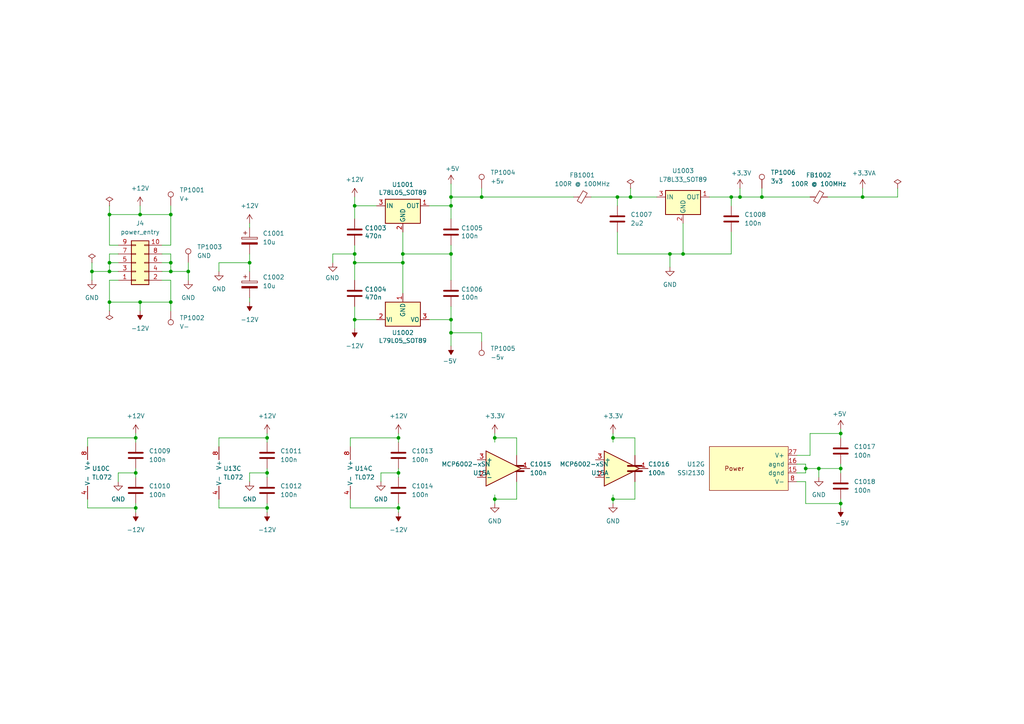
<source format=kicad_sch>
(kicad_sch (version 20230121) (generator eeschema)
  (paper "A4")
  (title_block (title "MICRO-OX Modulation Board") (date "2023-04-21") (rev "0") (comment 2 "creativecommons.org/licenses/by/4.0") (comment 3 "license: CC by 4.0") (comment 4 "Author: Jordan Aceto"))
  (lib_symbols
    (symbol "Amplifier_Operational:MCP6002-xSN" (pin_names (offset 0.127))
      (property "Reference" "U" (at 0 5.08 0))
      (property "Value" "MCP6002-xSN" (at 0 -5.08 0))
      (symbol "MCP6002-xSN_1_1"
        (polyline (pts (xy -5.08 5.08) (xy 5.08 0) (xy -5.08 -5.08) (xy -5.08 5.08)) (stroke (width 0.254)) (fill (type background)))
        (pin output line (at 7.62 0 180) (length 2.54) (name "~") (number "1"))
        (pin input line (at -7.62 -2.54 0) (length 2.54) (name "-") (number "2"))
        (pin input line (at -7.62 2.54 0) (length 2.54) (name "+") (number "3"))
      )
      (symbol "MCP6002-xSN_2_1"
        (polyline (pts (xy -5.08 5.08) (xy 5.08 0) (xy -5.08 -5.08) (xy -5.08 5.08)) (stroke (width 0.254)) (fill (type background)))
        (pin input line (at -7.62 2.54 0) (length 2.54) (name "+") (number "5"))
        (pin input line (at -7.62 -2.54 0) (length 2.54) (name "-") (number "6"))
        (pin output line (at 7.62 0 180) (length 2.54) (name "~") (number "7"))
      )
      (symbol "MCP6002-xSN_3_1"
        (pin power_in line (at -2.54 -7.62 90) (length 3.81) (name "V-") (number "4"))
        (pin power_in line (at -2.54 7.62 270) (length 3.81) (name "V+") (number "8"))
      )
    )
    (symbol "Amplifier_Operational:TL072" (pin_names (offset 0.127))
      (property "Reference" "U" (at 0 5.08 0))
      (property "Value" "TL072" (at 0 -5.08 0))
      (symbol "TL072_1_1"
        (polyline (pts (xy -5.08 5.08) (xy 5.08 0) (xy -5.08 -5.08) (xy -5.08 5.08)) (stroke (width 0.254)) (fill (type background)))
        (pin output line (at 7.62 0 180) (length 2.54) (name "~") (number "1"))
        (pin input line (at -7.62 -2.54 0) (length 2.54) (name "-") (number "2"))
        (pin input line (at -7.62 2.54 0) (length 2.54) (name "+") (number "3"))
      )
      (symbol "TL072_2_1"
        (polyline (pts (xy -5.08 5.08) (xy 5.08 0) (xy -5.08 -5.08) (xy -5.08 5.08)) (stroke (width 0.254)) (fill (type background)))
        (pin input line (at -7.62 2.54 0) (length 2.54) (name "+") (number "5"))
        (pin input line (at -7.62 -2.54 0) (length 2.54) (name "-") (number "6"))
        (pin output line (at 7.62 0 180) (length 2.54) (name "~") (number "7"))
      )
      (symbol "TL072_3_1"
        (pin power_in line (at -2.54 -7.62 90) (length 3.81) (name "V-") (number "4"))
        (pin power_in line (at -2.54 7.62 270) (length 3.81) (name "V+") (number "8"))
      )
    )
    (symbol "Connector:TestPoint" (pin_numbers hide) (pin_names (offset 0.762) hide)
      (property "Reference" "TP" (at 0 6.858 0))
      (property "Value" "TestPoint" (at 0 5.08 0))
      (symbol "TestPoint_0_1"
        (circle (center 0 3.302) (radius 0.762))
      )
      (symbol "TestPoint_1_1"
        (pin passive line (at 0 0 90) (length 2.54) (name "1") (number "1"))
      )
    )
    (symbol "Connector_Generic:Conn_02x05_Odd_Even" (pin_names (offset 1.016) hide)
      (property "Reference" "J" (at 1.27 7.62 0))
      (property "Value" "Conn_02x05_Odd_Even" (at 1.27 -7.62 0))
      (symbol "Conn_02x05_Odd_Even_1_1"
        (rectangle (start -1.27 -4.953) (end 0 -5.207) (stroke (width 0.1524)))
        (rectangle (start -1.27 -2.413) (end 0 -2.667) (stroke (width 0.1524)))
        (rectangle (start -1.27 0.127) (end 0 -0.127) (stroke (width 0.1524)))
        (rectangle (start -1.27 2.667) (end 0 2.413) (stroke (width 0.1524)))
        (rectangle (start -1.27 5.207) (end 0 4.953) (stroke (width 0.1524)))
        (rectangle (start -1.27 6.35) (end 3.81 -6.35) (stroke (width 0.254)) (fill (type background)))
        (rectangle (start 3.81 -4.953) (end 2.54 -5.207) (stroke (width 0.1524)))
        (rectangle (start 3.81 -2.413) (end 2.54 -2.667) (stroke (width 0.1524)))
        (rectangle (start 3.81 0.127) (end 2.54 -0.127) (stroke (width 0.1524)))
        (rectangle (start 3.81 2.667) (end 2.54 2.413) (stroke (width 0.1524)))
        (rectangle (start 3.81 5.207) (end 2.54 4.953) (stroke (width 0.1524)))
        (pin passive line (at -5.08 5.08 0) (length 3.81) (name "Pin_1") (number "1"))
        (pin passive line (at 7.62 -5.08 180) (length 3.81) (name "Pin_10") (number "10"))
        (pin passive line (at 7.62 5.08 180) (length 3.81) (name "Pin_2") (number "2"))
        (pin passive line (at -5.08 2.54 0) (length 3.81) (name "Pin_3") (number "3"))
        (pin passive line (at 7.62 2.54 180) (length 3.81) (name "Pin_4") (number "4"))
        (pin passive line (at -5.08 0 0) (length 3.81) (name "Pin_5") (number "5"))
        (pin passive line (at 7.62 0 180) (length 3.81) (name "Pin_6") (number "6"))
        (pin passive line (at -5.08 -2.54 0) (length 3.81) (name "Pin_7") (number "7"))
        (pin passive line (at 7.62 -2.54 180) (length 3.81) (name "Pin_8") (number "8"))
        (pin passive line (at -5.08 -5.08 0) (length 3.81) (name "Pin_9") (number "9"))
      )
    )
    (symbol "Device:C" (pin_numbers hide) (pin_names (offset 0.254))
      (property "Reference" "C" (at 0.635 2.54 0))
      (property "Value" "C" (at 0.635 -2.54 0))
      (symbol "C_0_1"
        (polyline (pts (xy -2.032 -0.762) (xy 2.032 -0.762)) (stroke (width 0.508)))
        (polyline (pts (xy -2.032 0.762) (xy 2.032 0.762)) (stroke (width 0.508)))
      )
      (symbol "C_1_1"
        (pin passive line (at 0 3.81 270) (length 2.794) (name "~") (number "1"))
        (pin passive line (at 0 -3.81 90) (length 2.794) (name "~") (number "2"))
      )
    )
    (symbol "Device:C_Polarized" (pin_numbers hide) (pin_names (offset 0.254))
      (property "Reference" "C" (at 0.635 2.54 0))
      (property "Value" "C_Polarized" (at 0.635 -2.54 0))
      (symbol "C_Polarized_0_1"
        (rectangle (start -2.286 0.508) (end 2.286 1.016))
        (polyline (pts (xy -1.778 2.286) (xy -0.762 2.286)))
        (polyline (pts (xy -1.27 2.794) (xy -1.27 1.778)))
        (rectangle (start 2.286 -0.508) (end -2.286 -1.016) (fill (type outline)))
      )
      (symbol "C_Polarized_1_1"
        (pin passive line (at 0 3.81 270) (length 2.794) (name "~") (number "1"))
        (pin passive line (at 0 -3.81 90) (length 2.794) (name "~") (number "2"))
      )
    )
    (symbol "Device:FerriteBead_Small" (pin_numbers hide) (pin_names (offset 0))
      (property "Reference" "FB" (at 1.905 1.27 0))
      (property "Value" "FerriteBead_Small" (at 1.905 -1.27 0))
      (symbol "FerriteBead_Small_0_1"
        (polyline (pts (xy 0 -1.27) (xy 0 -0.7874)))
        (polyline (pts (xy 0 0.889) (xy 0 1.2954)))
        (polyline (pts (xy -1.8288 0.2794) (xy -1.1176 1.4986) (xy 1.8288 -0.2032) (xy 1.1176 -1.4224) (xy -1.8288 0.2794)))
      )
      (symbol "FerriteBead_Small_1_1"
        (pin passive line (at 0 2.54 270) (length 1.27) (name "~") (number "1"))
        (pin passive line (at 0 -2.54 90) (length 1.27) (name "~") (number "2"))
      )
    )
    (symbol "Regulator_Linear:L78L05_SOT89" (pin_names (offset 0.254))
      (property "Reference" "U" (at -3.81 3.175 0))
      (property "Value" "L78L05_SOT89" (at -0.635 3.175 0))
      (symbol "L78L05_SOT89_0_1"
        (rectangle (start -5.08 1.905) (end 5.08 -5.08) (stroke (width 0.254)) (fill (type background)))
      )
      (symbol "L78L05_SOT89_1_1"
        (pin power_out line (at 7.62 0 180) (length 2.54) (name "OUT") (number "1"))
        (pin power_in line (at 0 -7.62 90) (length 2.54) (name "GND") (number "2"))
        (pin power_in line (at -7.62 0 0) (length 2.54) (name "IN") (number "3"))
      )
    )
    (symbol "Regulator_Linear:L78L33_SOT89" (pin_names (offset 0.254))
      (property "Reference" "U" (at -3.81 3.175 0))
      (property "Value" "L78L33_SOT89" (at -0.635 3.175 0))
      (symbol "L78L33_SOT89_0_1"
        (rectangle (start -5.08 1.905) (end 5.08 -5.08) (stroke (width 0.254)) (fill (type background)))
      )
      (symbol "L78L33_SOT89_1_1"
        (pin power_out line (at 7.62 0 180) (length 2.54) (name "OUT") (number "1"))
        (pin power_in line (at 0 -7.62 90) (length 2.54) (name "GND") (number "2"))
        (pin power_in line (at -7.62 0 0) (length 2.54) (name "IN") (number "3"))
      )
    )
    (symbol "Regulator_Linear:L79L05_SOT89" (pin_names (offset 0.254))
      (property "Reference" "U" (at -3.81 -3.175 0))
      (property "Value" "L79L05_SOT89" (at 0 -3.175 0))
      (symbol "L79L05_SOT89_0_1"
        (rectangle (start -5.08 5.08) (end 5.08 -1.905) (stroke (width 0.254)) (fill (type background)))
      )
      (symbol "L79L05_SOT89_1_1"
        (pin power_in line (at 0 7.62 270) (length 2.54) (name "GND") (number "1"))
        (pin power_in line (at -7.62 0 0) (length 2.54) (name "VI") (number "2"))
        (pin power_out line (at 7.62 0 180) (length 2.54) (name "VO") (number "3"))
      )
    )
    (symbol "custom_symbols:SSI2130" (pin_names (offset 1.016))
      (property "Reference" "U1" (at 2.0194 16.51 0))
      (property "Value" "SSI2130" (at 2.0194 13.97 0))
      (symbol "SSI2130_1_0"
        (polyline (pts (xy -16.51 11.43) (xy -16.51 -13.97) (xy 15.24 -13.97) (xy 15.24 11.43) (xy 6.35 11.43) (xy -16.51 11.43)) (fill (type background)))
        (text "Generator" (at 3.81 -8.89 0) (effects (font (size 1.27 1.27)) (justify left)))
        (text "Triangle" (at 3.81 -6.35 0) (effects (font (size 1.27 1.27)) (justify left)))
      )
      (symbol "SSI2130_1_1"
        (pin output line (at 17.78 -2.54 180) (length 2.54) (name "tri_out") (number "1"))
        (pin input line (at -19.05 -11.43 0) (length 2.54) (name "tcap") (number "14"))
        (pin input line (at -19.05 8.89 0) (length 2.54) (name "hard_sync") (number "17"))
        (pin input line (at -19.05 -6.35 0) (length 2.54) (name "time_rev") (number "18"))
        (pin input line (at -19.05 3.81 0) (length 2.54) (name "soft_sync") (number "19"))
        (pin input line (at 0 -16.51 90) (length 2.54) (name "hft_base") (number "20"))
        (pin input line (at -19.05 -2.54 0) (length 2.54) (name "lin_freq") (number "21"))
        (pin input line (at 0 13.97 270) (length 2.54) (name "vref") (number "23"))
        (pin output line (at 17.78 2.54 180) (length 2.54) (name "square_out") (number "28"))
        (pin input line (at -3.81 -16.51 90) (length 2.54) (name "hf_track") (number "6"))
      )
      (symbol "SSI2130_2_1"
        (polyline (pts (xy -11.43 0) (xy -11.43 7.62) (xy 12.7 7.62) (xy 12.7 -8.89) (xy -11.43 -8.89) (xy -11.43 0)) (fill (type background)))
        (text "Saw" (at 1.27 -3.81 0) (effects (font (size 1.27 1.27)) (justify left)))
        (text "Shaper" (at 1.27 -6.35 0) (effects (font (size 1.27 1.27)) (justify left)))
        (pin output line (at 15.24 0 180) (length 2.54) (name "saw_out") (number "29"))
      )
      (symbol "SSI2130_3_1"
        (polyline (pts (xy 12.7 7.62) (xy -11.43 7.62) (xy -11.43 -8.89) (xy 12.7 -8.89) (xy 12.7 7.62)) (fill (type background)))
        (text "Pulse" (at 1.27 -3.81 0) (effects (font (size 1.27 1.27)) (justify left)))
        (text "Shaper" (at 1.27 -6.35 0) (effects (font (size 1.27 1.27)) (justify left)))
        (pin output line (at 15.24 0 180) (length 2.54) (name "pulse_out") (number "30"))
        (pin input line (at -13.97 3.81 0) (length 2.54) (name "pwm_in_-") (number "31"))
        (pin input line (at -13.97 -5.08 0) (length 2.54) (name "pwm_in_+") (number "32"))
      )
      (symbol "SSI2130_4_1"
        (polyline (pts (xy -11.43 6.35) (xy -11.43 -6.35) (xy 11.43 -6.35) (xy 11.43 6.35) (xy -11.43 6.35)) (fill (type background)))
        (text "Analog" (at 1.27 1.27 0) (effects (font (size 1.27 1.27)) (justify left)))
        (text "Multiplier" (at 1.27 -1.27 0) (effects (font (size 1.27 1.27)) (justify left)))
        (pin input line (at -13.97 3.81 0) (length 2.54) (name "expo_scale") (number "22"))
        (pin input line (at -13.97 -3.81 0) (length 2.54) (name "bw_comp") (number "26"))
        (pin input line (at -13.97 0 0) (length 2.54) (name "expo_freq") (number "7"))
      )
      (symbol "SSI2130_5_1"
        (polyline (pts (xy -11.43 7.62) (xy -11.43 -8.89) (xy 12.7 -8.89) (xy 12.7 7.62) (xy -11.43 7.62)) (fill (type background)))
        (text "Shaper" (at 1.27 -6.35 0) (effects (font (size 1.27 1.27)) (justify left)))
        (text "Sine Wave" (at 1.27 -3.81 0) (effects (font (size 1.27 1.27)) (justify left)))
        (pin input line (at -13.97 -5.08 0) (length 2.54) (name "sine_in_+") (number "2"))
        (pin output line (at 15.24 0 180) (length 2.54) (name "sine_out") (number "24"))
        (pin input line (at -13.97 3.81 0) (length 2.54) (name "sine_in_-") (number "3"))
      )
      (symbol "SSI2130_6_1"
        (polyline (pts (xy 11.43 -11.43) (xy -11.43 -11.43) (xy -11.43 10.16) (xy -11.43 17.78) (xy 11.43 17.78) (xy 11.43 -11.43)) (fill (type background)))
        (text "Mixer" (at 3.81 -7.62 0) (effects (font (size 1.27 1.27)) (justify left)))
        (pin input line (at -13.97 -5.08 0) (length 2.54) (name "saw_mix") (number "10"))
        (pin input line (at -13.97 -8.89 0) (length 2.54) (name "pulse_mix") (number "11"))
        (pin input line (at -13.97 6.35 0) (length 2.54) (name "aux_1_mix") (number "12"))
        (pin input line (at -13.97 2.54 0) (length 2.54) (name "aux_2_mix") (number "13"))
        (pin output line (at 13.97 3.81 180) (length 2.54) (name "mix_out") (number "25"))
        (pin input line (at -13.97 15.24 0) (length 2.54) (name "aux_in_1") (number "4"))
        (pin input line (at -13.97 11.43 0) (length 2.54) (name "aux_in_2") (number "5"))
        (pin input line (at -13.97 -1.27 0) (length 2.54) (name "tri_mix") (number "9"))
      )
      (symbol "SSI2130_7_1"
        (polyline (pts (xy -11.43 6.35) (xy -11.43 -6.35) (xy 11.43 -6.35) (xy 11.43 6.35) (xy -11.43 6.35)) (fill (type background)))
        (text "Power" (at 1.27 0 0) (effects (font (size 1.27 1.27)) (justify left)))
        (pin power_in line (at -13.97 -1.27 0) (length 2.54) (name "dgnd") (number "15"))
        (pin power_in line (at -13.97 1.27 0) (length 2.54) (name "agnd") (number "16"))
        (pin power_in line (at -13.97 3.81 0) (length 2.54) (name "V+") (number "27"))
        (pin power_in line (at -13.97 -3.81 0) (length 2.54) (name "V-") (number "8"))
      )
    )
    (symbol "power:+12V" (power) (pin_names (offset 0))
      (property "Value" "+12V" (at 0 3.556 0))
      (symbol "+12V_0_1"
        (polyline (pts (xy -0.762 1.27) (xy 0 2.54)))
        (polyline (pts (xy 0 0) (xy 0 2.54)))
        (polyline (pts (xy 0 2.54) (xy 0.762 1.27)))
      )
      (symbol "+12V_1_1"
        (pin power_in line (at 0 0 90) (length 0) hide (name "+12V") (number "1"))
      )
    )
    (symbol "power:+3.3V" (power) (pin_names (offset 0))
      (property "Value" "+3.3V" (at 0 3.556 0))
      (symbol "+3.3V_0_1"
        (polyline (pts (xy -0.762 1.27) (xy 0 2.54)))
        (polyline (pts (xy 0 0) (xy 0 2.54)))
        (polyline (pts (xy 0 2.54) (xy 0.762 1.27)))
      )
      (symbol "+3.3V_1_1"
        (pin power_in line (at 0 0 90) (length 0) hide (name "+3.3V") (number "1"))
      )
    )
    (symbol "power:+3.3VA" (power) (pin_names (offset 0))
      (property "Value" "+3.3VA" (at 0 3.556 0))
      (symbol "+3.3VA_0_1"
        (polyline (pts (xy -0.762 1.27) (xy 0 2.54)))
        (polyline (pts (xy 0 0) (xy 0 2.54)))
        (polyline (pts (xy 0 2.54) (xy 0.762 1.27)))
      )
      (symbol "+3.3VA_1_1"
        (pin power_in line (at 0 0 90) (length 0) hide (name "+3.3VA") (number "1"))
      )
    )
    (symbol "power:+5V" (power) (pin_names (offset 0))
      (property "Value" "+5V" (at 0 3.556 0))
      (symbol "+5V_0_1"
        (polyline (pts (xy -0.762 1.27) (xy 0 2.54)))
        (polyline (pts (xy 0 0) (xy 0 2.54)))
        (polyline (pts (xy 0 2.54) (xy 0.762 1.27)))
      )
      (symbol "+5V_1_1"
        (pin power_in line (at 0 0 90) (length 0) hide (name "+5V") (number "1"))
      )
    )
    (symbol "power:-12V" (power) (pin_names (offset 0))
      (property "Value" "-12V" (at 0 3.81 0))
      (symbol "-12V_0_0"
        (pin power_in line (at 0 0 90) (length 0) hide (name "-12V") (number "1"))
      )
      (symbol "-12V_0_1"
        (polyline (pts (xy 0 0) (xy 0 1.27) (xy 0.762 1.27) (xy 0 2.54) (xy -0.762 1.27) (xy 0 1.27)) (fill (type outline)))
      )
    )
    (symbol "power:-5V" (power) (pin_names (offset 0))
      (property "Value" "-5V" (at 0 3.81 0))
      (symbol "-5V_0_0"
        (pin power_in line (at 0 0 90) (length 0) hide (name "-5V") (number "1"))
      )
      (symbol "-5V_0_1"
        (polyline (pts (xy 0 0) (xy 0 1.27) (xy 0.762 1.27) (xy 0 2.54) (xy -0.762 1.27) (xy 0 1.27)) (fill (type outline)))
      )
    )
    (symbol "power:GND" (power) (pin_names (offset 0))
      (property "Value" "GND" (at 0 -3.81 0))
      (symbol "GND_0_1"
        (polyline (pts (xy 0 0) (xy 0 -1.27) (xy 1.27 -1.27) (xy 0 -2.54) (xy -1.27 -1.27) (xy 0 -1.27)))
      )
      (symbol "GND_1_1"
        (pin power_in line (at 0 0 270) (length 0) hide (name "GND") (number "1"))
      )
    )
    (symbol "power:PWR_FLAG" (power) (pin_numbers hide) (pin_names (offset 0) hide)
      (property "Value" "PWR_FLAG" (at 0 3.81 0))
      (symbol "PWR_FLAG_0_0"
        (pin power_out line (at 0 0 90) (length 0) (name "pwr") (number "1"))
      )
      (symbol "PWR_FLAG_0_1"
        (polyline (pts (xy 0 0) (xy 0 1.27) (xy -1.016 1.905) (xy 0 2.54) (xy 1.016 1.905) (xy 0 1.27)))
      )
    )
  )
  (junction (at 212.09 57.15))
  (junction (at 243.84 135.89))
  (junction (at 116.84 76.2))
  (junction (at 31.75 76.2))
  (junction (at 54.61 78.74))
  (junction (at 243.84 125.73))
  (junction (at 243.84 146.05))
  (junction (at 39.37 127))
  (junction (at 130.81 57.15))
  (junction (at 49.53 87.63))
  (junction (at 130.81 92.71))
  (junction (at 179.07 57.15))
  (junction (at 115.57 127))
  (junction (at 115.57 137.16))
  (junction (at 143.51 144.78))
  (junction (at 143.51 127))
  (junction (at 130.81 96.52))
  (junction (at 31.75 78.74))
  (junction (at 26.67 78.74))
  (junction (at 102.87 76.2))
  (junction (at 130.81 59.69))
  (junction (at 40.64 62.23))
  (junction (at 31.75 62.23))
  (junction (at 177.8 144.78))
  (junction (at 40.64 87.63))
  (junction (at 177.8 127))
  (junction (at 39.37 147.32))
  (junction (at 102.87 92.71))
  (junction (at 198.12 73.66))
  (junction (at 220.98 57.15))
  (junction (at 102.87 73.66))
  (junction (at 49.53 76.2))
  (junction (at 77.47 127))
  (junction (at 130.81 73.66))
  (junction (at 116.84 73.66))
  (junction (at 49.53 62.23))
  (junction (at 77.47 147.32))
  (junction (at 182.88 57.15))
  (junction (at 139.7 57.15))
  (junction (at 194.31 73.66))
  (junction (at 31.75 87.63))
  (junction (at 77.47 137.16))
  (junction (at 214.63 57.15))
  (junction (at 250.19 57.15))
  (junction (at 237.49 135.89))
  (junction (at 49.53 78.74))
  (junction (at 102.87 59.69))
  (junction (at 72.39 76.2))
  (junction (at 115.57 147.32))
  (junction (at 39.37 137.16))
  (junction (at 233.68 135.89))
  (wire (pts (xy 115.57 147.32) (xy 115.57 146.05)))
  (wire (pts (xy 31.75 73.66) (xy 31.75 76.2)))
  (wire (pts (xy 198.12 73.66) (xy 212.09 73.66)))
  (wire (pts (xy 25.4 127) (xy 39.37 127)))
  (wire (pts (xy 212.09 73.66) (xy 212.09 67.31)))
  (wire (pts (xy 31.75 87.63) (xy 40.64 87.63)))
  (wire (pts (xy 233.68 139.7) (xy 231.14 139.7)))
  (wire (pts (xy 220.98 54.61) (xy 220.98 57.15)))
  (wire (pts (xy 184.15 144.78) (xy 184.15 139.7)))
  (wire (pts (xy 31.75 73.66) (xy 34.29 73.66)))
  (wire (pts (xy 179.07 59.69) (xy 179.07 57.15)))
  (wire (pts (xy 77.47 127) (xy 77.47 128.27)))
  (wire (pts (xy 243.84 125.73) (xy 243.84 127)))
  (wire (pts (xy 63.5 144.78) (xy 63.5 147.32)))
  (wire (pts (xy 179.07 67.31) (xy 179.07 73.66)))
  (wire (pts (xy 179.07 57.15) (xy 171.45 57.15)))
  (wire (pts (xy 184.15 127) (xy 184.15 132.08)))
  (wire (pts (xy 63.5 147.32) (xy 77.47 147.32)))
  (wire (pts (xy 143.51 127) (xy 149.86 127)))
  (wire (pts (xy 130.81 57.15) (xy 139.7 57.15)))
  (wire (pts (xy 31.75 76.2) (xy 31.75 78.74)))
  (wire (pts (xy 234.95 125.73) (xy 234.95 132.08)))
  (wire (pts (xy 243.84 134.62) (xy 243.84 135.89)))
  (wire (pts (xy 39.37 147.32) (xy 39.37 146.05)))
  (wire (pts (xy 194.31 73.66) (xy 198.12 73.66)))
  (wire (pts (xy 49.53 62.23) (xy 40.64 62.23)))
  (wire (pts (xy 101.6 147.32) (xy 115.57 147.32)))
  (wire (pts (xy 34.29 139.7) (xy 34.29 137.16)))
  (wire (pts (xy 139.7 54.61) (xy 139.7 57.15)))
  (wire (pts (xy 46.99 78.74) (xy 49.53 78.74)))
  (wire (pts (xy 72.39 139.7) (xy 72.39 137.16)))
  (wire (pts (xy 39.37 127) (xy 39.37 128.27)))
  (wire (pts (xy 46.99 73.66) (xy 49.53 73.66)))
  (wire (pts (xy 115.57 135.89) (xy 115.57 137.16)))
  (wire (pts (xy 102.87 57.15) (xy 102.87 59.69)))
  (wire (pts (xy 72.39 86.36) (xy 72.39 87.63)))
  (wire (pts (xy 243.84 147.32) (xy 243.84 146.05)))
  (wire (pts (xy 110.49 137.16) (xy 115.57 137.16)))
  (wire (pts (xy 220.98 57.15) (xy 234.95 57.15)))
  (wire (pts (xy 63.5 127) (xy 63.5 129.54)))
  (wire (pts (xy 102.87 95.25) (xy 102.87 92.71)))
  (wire (pts (xy 212.09 59.69) (xy 212.09 57.15)))
  (wire (pts (xy 115.57 148.59) (xy 115.57 147.32)))
  (wire (pts (xy 63.5 127) (xy 77.47 127)))
  (wire (pts (xy 116.84 85.09) (xy 116.84 76.2)))
  (wire (pts (xy 101.6 127) (xy 115.57 127)))
  (wire (pts (xy 77.47 125.73) (xy 77.47 127)))
  (wire (pts (xy 31.75 90.17) (xy 31.75 87.63)))
  (wire (pts (xy 130.81 73.66) (xy 130.81 81.28)))
  (wire (pts (xy 212.09 57.15) (xy 214.63 57.15)))
  (wire (pts (xy 77.47 148.59) (xy 77.47 147.32)))
  (wire (pts (xy 139.7 99.06) (xy 139.7 96.52)))
  (wire (pts (xy 212.09 57.15) (xy 205.74 57.15)))
  (wire (pts (xy 130.81 96.52) (xy 139.7 96.52)))
  (wire (pts (xy 243.84 135.89) (xy 243.84 137.16)))
  (wire (pts (xy 130.81 53.34) (xy 130.81 57.15)))
  (wire (pts (xy 234.95 132.08) (xy 231.14 132.08)))
  (wire (pts (xy 46.99 71.12) (xy 49.53 71.12)))
  (wire (pts (xy 115.57 125.73) (xy 115.57 127)))
  (wire (pts (xy 177.8 125.73) (xy 177.8 127)))
  (wire (pts (xy 233.68 146.05) (xy 233.68 139.7)))
  (wire (pts (xy 102.87 59.69) (xy 102.87 63.5)))
  (wire (pts (xy 40.64 87.63) (xy 49.53 87.63)))
  (wire (pts (xy 182.88 57.15) (xy 190.5 57.15)))
  (wire (pts (xy 26.67 76.2) (xy 26.67 78.74)))
  (wire (pts (xy 214.63 54.61) (xy 214.63 57.15)))
  (wire (pts (xy 115.57 137.16) (xy 115.57 138.43)))
  (wire (pts (xy 96.52 73.66) (xy 102.87 73.66)))
  (wire (pts (xy 143.51 143.51) (xy 143.51 144.78)))
  (wire (pts (xy 101.6 144.78) (xy 101.6 147.32)))
  (wire (pts (xy 250.19 57.15) (xy 260.35 57.15)))
  (wire (pts (xy 54.61 81.28) (xy 54.61 78.74)))
  (wire (pts (xy 260.35 54.61) (xy 260.35 57.15)))
  (wire (pts (xy 31.75 62.23) (xy 31.75 71.12)))
  (wire (pts (xy 198.12 64.77) (xy 198.12 73.66)))
  (wire (pts (xy 130.81 88.9) (xy 130.81 92.71)))
  (wire (pts (xy 177.8 144.78) (xy 184.15 144.78)))
  (wire (pts (xy 233.68 134.62) (xy 231.14 134.62)))
  (wire (pts (xy 237.49 138.43) (xy 237.49 135.89)))
  (wire (pts (xy 177.8 127) (xy 184.15 127)))
  (wire (pts (xy 124.46 92.71) (xy 130.81 92.71)))
  (wire (pts (xy 40.64 59.69) (xy 40.64 62.23)))
  (wire (pts (xy 139.7 57.15) (xy 166.37 57.15)))
  (wire (pts (xy 130.81 57.15) (xy 130.81 59.69)))
  (wire (pts (xy 102.87 76.2) (xy 102.87 81.28)))
  (wire (pts (xy 130.81 100.33) (xy 130.81 96.52)))
  (wire (pts (xy 130.81 59.69) (xy 130.81 63.5)))
  (wire (pts (xy 49.53 76.2) (xy 49.53 73.66)))
  (wire (pts (xy 116.84 67.31) (xy 116.84 73.66)))
  (wire (pts (xy 240.03 57.15) (xy 250.19 57.15)))
  (wire (pts (xy 143.51 144.78) (xy 143.51 146.05)))
  (wire (pts (xy 143.51 144.78) (xy 149.86 144.78)))
  (wire (pts (xy 233.68 135.89) (xy 233.68 134.62)))
  (wire (pts (xy 39.37 135.89) (xy 39.37 137.16)))
  (wire (pts (xy 34.29 81.28) (xy 31.75 81.28)))
  (wire (pts (xy 243.84 146.05) (xy 233.68 146.05)))
  (wire (pts (xy 233.68 135.89) (xy 237.49 135.89)))
  (wire (pts (xy 116.84 73.66) (xy 116.84 76.2)))
  (wire (pts (xy 49.53 81.28) (xy 46.99 81.28)))
  (wire (pts (xy 214.63 57.15) (xy 220.98 57.15)))
  (wire (pts (xy 25.4 127) (xy 25.4 129.54)))
  (wire (pts (xy 77.47 135.89) (xy 77.47 137.16)))
  (wire (pts (xy 26.67 78.74) (xy 31.75 78.74)))
  (wire (pts (xy 143.51 127) (xy 143.51 128.27)))
  (wire (pts (xy 49.53 78.74) (xy 49.53 76.2)))
  (wire (pts (xy 96.52 76.2) (xy 96.52 73.66)))
  (wire (pts (xy 31.75 81.28) (xy 31.75 87.63)))
  (wire (pts (xy 72.39 73.66) (xy 72.39 76.2)))
  (wire (pts (xy 177.8 144.78) (xy 177.8 146.05)))
  (wire (pts (xy 49.53 71.12) (xy 49.53 62.23)))
  (wire (pts (xy 109.22 59.69) (xy 102.87 59.69)))
  (wire (pts (xy 34.29 78.74) (xy 31.75 78.74)))
  (wire (pts (xy 102.87 73.66) (xy 102.87 76.2)))
  (wire (pts (xy 54.61 78.74) (xy 49.53 78.74)))
  (wire (pts (xy 130.81 96.52) (xy 130.81 92.71)))
  (wire (pts (xy 39.37 125.73) (xy 39.37 127)))
  (wire (pts (xy 179.07 73.66) (xy 194.31 73.66)))
  (wire (pts (xy 31.75 59.69) (xy 31.75 62.23)))
  (wire (pts (xy 109.22 92.71) (xy 102.87 92.71)))
  (wire (pts (xy 63.5 76.2) (xy 72.39 76.2)))
  (wire (pts (xy 243.84 146.05) (xy 243.84 144.78)))
  (wire (pts (xy 102.87 92.71) (xy 102.87 88.9)))
  (wire (pts (xy 63.5 78.74) (xy 63.5 76.2)))
  (wire (pts (xy 26.67 81.28) (xy 26.67 78.74)))
  (wire (pts (xy 116.84 73.66) (xy 130.81 73.66)))
  (wire (pts (xy 49.53 59.69) (xy 49.53 62.23)))
  (wire (pts (xy 102.87 76.2) (xy 116.84 76.2)))
  (wire (pts (xy 179.07 57.15) (xy 182.88 57.15)))
  (wire (pts (xy 233.68 135.89) (xy 233.68 137.16)))
  (wire (pts (xy 130.81 73.66) (xy 130.81 71.12)))
  (wire (pts (xy 77.47 147.32) (xy 77.47 146.05)))
  (wire (pts (xy 149.86 127) (xy 149.86 132.08)))
  (wire (pts (xy 31.75 71.12) (xy 34.29 71.12)))
  (wire (pts (xy 49.53 90.17) (xy 49.53 87.63)))
  (wire (pts (xy 115.57 127) (xy 115.57 128.27)))
  (wire (pts (xy 143.51 125.73) (xy 143.51 127)))
  (wire (pts (xy 34.29 137.16) (xy 39.37 137.16)))
  (wire (pts (xy 177.8 127) (xy 177.8 128.27)))
  (wire (pts (xy 250.19 57.15) (xy 250.19 54.61)))
  (wire (pts (xy 46.99 76.2) (xy 49.53 76.2)))
  (wire (pts (xy 194.31 77.47) (xy 194.31 73.66)))
  (wire (pts (xy 182.88 54.61) (xy 182.88 57.15)))
  (wire (pts (xy 102.87 71.12) (xy 102.87 73.66)))
  (wire (pts (xy 243.84 125.73) (xy 234.95 125.73)))
  (wire (pts (xy 31.75 76.2) (xy 34.29 76.2)))
  (wire (pts (xy 72.39 76.2) (xy 72.39 78.74)))
  (wire (pts (xy 39.37 148.59) (xy 39.37 147.32)))
  (wire (pts (xy 72.39 64.77) (xy 72.39 66.04)))
  (wire (pts (xy 40.64 87.63) (xy 40.64 90.17)))
  (wire (pts (xy 243.84 124.46) (xy 243.84 125.73)))
  (wire (pts (xy 77.47 137.16) (xy 77.47 138.43)))
  (wire (pts (xy 25.4 147.32) (xy 39.37 147.32)))
  (wire (pts (xy 39.37 137.16) (xy 39.37 138.43)))
  (wire (pts (xy 101.6 127) (xy 101.6 129.54)))
  (wire (pts (xy 110.49 139.7) (xy 110.49 137.16)))
  (wire (pts (xy 72.39 137.16) (xy 77.47 137.16)))
  (wire (pts (xy 25.4 147.32) (xy 25.4 144.78)))
  (wire (pts (xy 54.61 76.2) (xy 54.61 78.74)))
  (wire (pts (xy 237.49 135.89) (xy 243.84 135.89)))
  (wire (pts (xy 49.53 87.63) (xy 49.53 81.28)))
  (wire (pts (xy 177.8 143.51) (xy 177.8 144.78)))
  (wire (pts (xy 40.64 62.23) (xy 31.75 62.23)))
  (wire (pts (xy 231.14 137.16) (xy 233.68 137.16)))
  (wire (pts (xy 130.81 59.69) (xy 124.46 59.69)))
  (wire (pts (xy 149.86 144.78) (xy 149.86 139.7)))
  (symbol (lib_id "Connector:TestPoint") (at 49.53 90.17 180) (unit 1) (in_bom no)
    (property "Reference" "TP1002" (at 52.07 92.202 0) (effects (justify right)))
    (property "Value" "V-" (at 52.07 94.742 0) (effects (justify right)))
    (property "Footprint" "TestPoint:TestPoint_Keystone_5000-5004_Miniature" (effects hide))
  )
  (symbol (lib_id "Device:C") (at 77.47 132.08 0) (unit 1)
    (property "Reference" "C1011" (at 81.28 130.81 0) (effects (justify left)))
    (property "Value" "100n" (at 81.28 133.35 0) (effects (justify left)))
    (property "Footprint" "Capacitor_SMD:C_0603_1608Metric" (effects hide))
    (instances (project "modulation_board" (path "" (reference "C1011") (unit 1))) (project "VCF_VCA_board" (path "" (reference "C701") (unit 1))))
  )
  (symbol (lib_id "power:+12V") (at 39.37 125.73 0) (unit 1)
    (property "Reference" "#PWR01008" (effects hide))
    (property "Value" "+12V" (at 39.37 120.65 0))
    (instances (project "modulation_board" (path "" (reference "#PWR01008") (unit 1))) (project "VCF_VCA_board" (path "" (reference "#PWR0704") (unit 1))))
  )
  (symbol (lib_id "Device:C") (at 130.81 67.31 0) (unit 1)
    (property "Reference" "C1005" (at 133.731 66.1416 0) (effects (justify left)))
    (property "Value" "100n" (at 133.731 68.453 0) (effects (justify left)))
    (property "Footprint" "Capacitor_SMD:C_0603_1608Metric" (effects hide))
  )
  (symbol (lib_id "power:+3.3V") (at 143.51 125.73 0) (unit 1)
    (property "Reference" "#PWR01031" (effects hide))
    (property "Value" "+3.3V" (at 143.51 120.65 0))
  )
  (symbol (lib_id "power:PWR_FLAG") (at 182.88 54.61 0) (unit 1)
    (property "Reference" "#FLG01004" (effects hide))
    (property "Value" "PWR_FLAG" (effects hide))
  )
  (symbol (lib_id "power:+12V") (at 40.64 59.69 0) (unit 1)
    (property "Reference" "#PWR01003" (effects hide))
    (property "Value" "+12V" (at 40.64 54.61 0))
  )
  (symbol (lib_id "Device:FerriteBead_Small") (at 237.49 57.15 90) (unit 1)
    (property "Reference" "FB1002" (at 237.4519 50.8 90))
    (property "Value" "100R @ 100MHz" (at 237.4519 53.34 90))
    (property "Footprint" "Inductor_SMD:L_0805_2012Metric" (effects hide))
  )
  (symbol (lib_id "power:-12V") (at 40.64 90.17 180) (unit 1)
    (property "Reference" "#PWR01024" (effects hide))
    (property "Value" "-12V" (at 40.64 95.25 0))
  )
  (symbol (lib_id "Device:C") (at 149.86 135.89 0) (unit 1)
    (property "Reference" "C1015" (at 153.67 134.6199 0) (effects (justify left)))
    (property "Value" "100n" (at 153.67 137.1599 0) (effects (justify left)))
    (property "Footprint" "Capacitor_SMD:C_0603_1608Metric" (effects hide))
    (instances (project "modulation_board" (path "" (reference "C1015") (unit 1))) (project "VCF_VCA_board" (path "" (reference "C702") (unit 1))))
  )
  (symbol (lib_id "power:GND") (at 54.61 81.28 0) (unit 1)
    (property "Reference" "#PWR01007" (effects hide))
    (property "Value" "GND" (at 54.61 86.36 0))
  )
  (symbol (lib_id "power:-5V") (at 243.84 147.32 0) (mirror x) (unit 1)
    (property "Reference" "#PWR01017" (effects hide))
    (property "Value" "-5V" (at 244.221 151.7142 0))
  )
  (symbol (lib_id "Connector:TestPoint") (at 49.53 59.69 0) (unit 1) (in_bom no)
    (property "Reference" "TP1001" (at 52.07 55.1179 0) (effects (justify left)))
    (property "Value" "V+" (at 52.07 57.6579 0) (effects (justify left)))
    (property "Footprint" "TestPoint:TestPoint_Keystone_5000-5004_Miniature" (effects hide))
  )
  (symbol (lib_id "power:GND") (at 194.31 77.47 0) (unit 1)
    (property "Reference" "#PWR01019" (effects hide))
    (property "Value" "GND" (at 194.31 82.55 0))
  )
  (symbol (lib_id "power:PWR_FLAG") (at 260.35 54.61 0) (unit 1)
    (property "Reference" "#FLG01005" (effects hide))
    (property "Value" "PWR_FLAG" (effects hide))
  )
  (symbol (lib_id "Connector:TestPoint") (at 220.98 54.61 0) (unit 1) (in_bom no)
    (property "Reference" "TP1006" (at 223.52 50.0379 0) (effects (justify left)))
    (property "Value" "3v3" (at 223.52 52.5779 0) (effects (justify left)))
    (property "Footprint" "TestPoint:TestPoint_Keystone_5000-5004_Miniature" (effects hide))
    (instances (project "modulation_board" (path "" (reference "TP1006") (unit 1))) (project "ribbon_board" (path "" (reference "TP1004") (unit 1))))
  )
  (symbol (lib_id "Device:C") (at 115.57 142.24 0) (unit 1)
    (property "Reference" "C1014" (at 119.38 140.9699 0) (effects (justify left)))
    (property "Value" "100n" (at 119.38 143.5099 0) (effects (justify left)))
    (property "Footprint" "Capacitor_SMD:C_0603_1608Metric" (effects hide))
    (instances (project "modulation_board" (path "" (reference "C1014") (unit 1))) (project "VCF_VCA_board" (path "" (reference "C702") (unit 1))))
  )
  (symbol (lib_id "Amplifier_Operational:TL072") (at 27.94 137.16 0) (unit 3)
    (property "Reference" "U10" (at 26.67 135.89 0) (effects (justify left)))
    (property "Value" "TL072" (at 26.67 138.43 0) (effects (justify left)))
    (property "Footprint" "Package_SO:SOIC-8_3.9x4.9mm_P1.27mm" (effects hide))
    (property "Datasheet" "http://www.ti.com/lit/ds/symlink/tl071.pdf" (effects hide))
    (instances (project "modulation_board" (path "" (reference "U10") (unit 3))) (project "VCF_VCA_board" (path "" (reference "U1") (unit 3))))
  )
  (symbol (lib_id "power:+3.3VA") (at 250.19 54.61 0) (unit 1)
    (property "Reference" "#PWR01034" (effects hide))
    (property "Value" "+3.3VA" (at 250.571 50.2158 0))
    (instances (project "modulation_board" (path "" (reference "#PWR01034") (unit 1))) (project "ribbon_board" (path "" (reference "#PWR01021") (unit 1))))
  )
  (symbol (lib_id "power:GND") (at 96.52 76.2 0) (mirror y) (unit 1)
    (property "Reference" "#PWR01009" (effects hide))
    (property "Value" "GND" (at 96.393 80.5942 0))
  )
  (symbol (lib_id "Device:C") (at 115.57 132.08 0) (unit 1)
    (property "Reference" "C1013" (at 119.38 130.8099 0) (effects (justify left)))
    (property "Value" "100n" (at 119.38 133.3499 0) (effects (justify left)))
    (property "Footprint" "Capacitor_SMD:C_0603_1608Metric" (effects hide))
    (instances (project "modulation_board" (path "" (reference "C1013") (unit 1))) (project "VCF_VCA_board" (path "" (reference "C701") (unit 1))))
  )
  (symbol (lib_id "power:GND") (at 110.49 139.7 0) (unit 1)
    (property "Reference" "#PWR01005" (effects hide))
    (property "Value" "GND" (at 110.49 144.78 0))
    (instances (project "modulation_board" (path "" (reference "#PWR01005") (unit 1))) (project "VCF_VCA_board" (path "" (reference "#PWR0708") (unit 1))))
  )
  (symbol (lib_id "Connector:TestPoint") (at 139.7 54.61 0) (unit 1) (in_bom no)
    (property "Reference" "TP1004" (at 142.24 50.0379 0) (effects (justify left)))
    (property "Value" "+5v" (at 142.24 52.5779 0) (effects (justify left)))
    (property "Footprint" "TestPoint:TestPoint_Keystone_5000-5004_Miniature" (effects hide))
  )
  (symbol (lib_id "power:+12V") (at 115.57 125.73 0) (unit 1)
    (property "Reference" "#PWR01013" (effects hide))
    (property "Value" "+12V" (at 115.57 120.65 0))
    (instances (project "modulation_board" (path "" (reference "#PWR01013") (unit 1))) (project "VCF_VCA_board" (path "" (reference "#PWR0704") (unit 1))))
  )
  (symbol (lib_id "power:-12V") (at 77.47 148.59 180) (unit 1)
    (property "Reference" "#PWR01023" (effects hide))
    (property "Value" "-12V" (at 77.47 153.67 0))
    (instances (project "modulation_board" (path "" (reference "#PWR01023") (unit 1))) (project "VCF_VCA_board" (path "" (reference "#PWR0705") (unit 1))))
  )
  (symbol (lib_id "Device:C") (at 243.84 140.97 0) (unit 1)
    (property "Reference" "C1018" (at 247.65 139.7 0) (effects (justify left)))
    (property "Value" "100n" (at 247.65 142.24 0) (effects (justify left)))
    (property "Footprint" "Capacitor_SMD:C_0603_1608Metric" (effects hide))
    (instances (project "modulation_board" (path "" (reference "C1018") (unit 1))) (project "VCF_VCA_board" (path "" (reference "C710") (unit 1))))
  )
  (symbol (lib_id "power:+3.3V") (at 214.63 54.61 0) (unit 1)
    (property "Reference" "#PWR01020" (effects hide))
    (property "Value" "+3.3V" (at 215.011 50.2158 0))
  )
  (symbol (lib_id "power:GND") (at 26.67 81.28 0) (mirror y) (unit 1)
    (property "Reference" "#PWR01001" (effects hide))
    (property "Value" "GND" (at 26.67 86.36 0))
  )
  (symbol (lib_id "Regulator_Linear:L79L05_SOT89") (at 116.84 92.71 0) (unit 1)
    (property "Reference" "U1002" (at 116.84 96.4946 0))
    (property "Value" "L79L05_SOT89" (at 116.84 98.806 0))
    (property "Footprint" "Package_TO_SOT_SMD:SOT-89-3" (effects hide))
    (property "Datasheet" "http://www.farnell.com/datasheets/1827870.pdf" (effects hide))
  )
  (symbol (lib_id "power:-12V") (at 39.37 148.59 180) (unit 1)
    (property "Reference" "#PWR01010" (effects hide))
    (property "Value" "-12V" (at 39.37 153.67 0))
    (instances (project "modulation_board" (path "" (reference "#PWR01010") (unit 1))) (project "VCF_VCA_board" (path "" (reference "#PWR0705") (unit 1))))
  )
  (symbol (lib_id "Device:FerriteBead_Small") (at 168.91 57.15 90) (unit 1)
    (property "Reference" "FB1001" (at 168.8719 50.8 90))
    (property "Value" "100R @ 100MHz" (at 168.8719 53.34 90))
    (property "Footprint" "Inductor_SMD:L_0805_2012Metric" (effects hide))
  )
  (symbol (lib_id "power:GND") (at 72.39 139.7 0) (unit 1)
    (property "Reference" "#PWR01021" (effects hide))
    (property "Value" "GND" (at 72.39 144.78 0))
    (instances (project "modulation_board" (path "" (reference "#PWR01021") (unit 1))) (project "VCF_VCA_board" (path "" (reference "#PWR0708") (unit 1))))
  )
  (symbol (lib_id "Device:C_Polarized") (at 72.39 69.85 0) (unit 1)
    (property "Reference" "C1001" (at 76.2 67.6909 0) (effects (justify left)))
    (property "Value" "10u" (at 76.2 70.2309 0) (effects (justify left)))
    (property "Footprint" "Capacitor_THT:CP_Radial_D6.3mm_P2.50mm" (effects hide))
  )
  (symbol (lib_id "Amplifier_Operational:MCP6002-xSN") (at 146.05 135.89 0) (unit 1)
    (property "Reference" "U15" (at 142.24 137.16 0) (effects (justify right)))
    (property "Value" "MCP6002-xSN" (at 142.24 134.62 0) (effects (justify right)))
    (property "Footprint" "Package_SO:SOIC-8_3.9x4.9mm_P1.27mm" (effects hide))
    (property "Datasheet" "http://ww1.microchip.com/downloads/en/DeviceDoc/21733j.pdf" (effects hide))
    (instances (project "modulation_board" (path "" (reference "U15") (unit 1)) (path "" (reference "U7") (unit 3))))
  )
  (symbol (lib_id "power:+12V") (at 102.87 57.15 0) (unit 1)
    (property "Reference" "#PWR01004" (effects hide))
    (property "Value" "+12V" (at 102.87 52.07 0))
  )
  (symbol (lib_id "power:GND") (at 177.8 146.05 0) (unit 1)
    (property "Reference" "#PWR01033" (effects hide))
    (property "Value" "GND" (at 177.8 151.13 0))
  )
  (symbol (lib_id "Device:C") (at 179.07 63.5 0) (unit 1)
    (property "Reference" "C1007" (at 182.88 62.23 0) (effects (justify left)))
    (property "Value" "2u2" (at 182.88 64.77 0) (effects (justify left)))
    (property "Footprint" "Capacitor_SMD:C_0805_2012Metric" (effects hide))
    (instances (project "modulation_board" (path "" (reference "C1007") (unit 1))) (project "ribbon_board" (path "" (reference "C905") (unit 1))))
  )
  (symbol (lib_id "Device:C") (at 102.87 67.31 0) (unit 1)
    (property "Reference" "C1003" (at 105.791 66.1416 0) (effects (justify left)))
    (property "Value" "470n" (at 105.791 68.453 0) (effects (justify left)))
    (property "Footprint" "Capacitor_SMD:C_0805_2012Metric" (effects hide))
  )
  (symbol (lib_id "Device:C") (at 39.37 132.08 0) (unit 1)
    (property "Reference" "C1009" (at 43.18 130.81 0) (effects (justify left)))
    (property "Value" "100n" (at 43.18 133.35 0) (effects (justify left)))
    (property "Footprint" "Capacitor_SMD:C_0603_1608Metric" (effects hide))
    (instances (project "modulation_board" (path "" (reference "C1009") (unit 1))) (project "VCF_VCA_board" (path "" (reference "C701") (unit 1))))
  )
  (symbol (lib_id "power:+12V") (at 77.47 125.73 0) (unit 1)
    (property "Reference" "#PWR01022" (effects hide))
    (property "Value" "+12V" (at 77.47 120.65 0))
    (instances (project "modulation_board" (path "" (reference "#PWR01022") (unit 1))) (project "VCF_VCA_board" (path "" (reference "#PWR0704") (unit 1))))
  )
  (symbol (lib_id "power:GND") (at 63.5 78.74 0) (unit 1)
    (property "Reference" "#PWR01002" (effects hide))
    (property "Value" "GND" (at 63.5 83.82 0))
  )
  (symbol (lib_id "Amplifier_Operational:TL072") (at 104.14 137.16 0) (unit 3)
    (property "Reference" "U14" (at 102.87 135.89 0) (effects (justify left)))
    (property "Value" "TL072" (at 102.87 138.43 0) (effects (justify left)))
    (property "Footprint" "Package_SO:SOIC-8_3.9x4.9mm_P1.27mm" (effects hide))
    (property "Datasheet" "http://www.ti.com/lit/ds/symlink/tl071.pdf" (effects hide))
    (instances (project "modulation_board" (path "" (reference "U14") (unit 3))) (project "VCF_VCA_board" (path "" (reference "U1") (unit 3))))
  )
  (symbol (lib_id "Device:C") (at 184.15 135.89 0) (unit 1)
    (property "Reference" "C1016" (at 187.96 134.62 0) (effects (justify left)))
    (property "Value" "100n" (at 187.96 137.16 0) (effects (justify left)))
    (property "Footprint" "Capacitor_SMD:C_0603_1608Metric" (effects hide))
    (instances (project "modulation_board" (path "" (reference "C1016") (unit 1))) (project "VCF_VCA_board" (path "" (reference "C702") (unit 1))))
  )
  (symbol (lib_id "Device:C") (at 243.84 130.81 0) (unit 1)
    (property "Reference" "C1017" (at 247.65 129.54 0) (effects (justify left)))
    (property "Value" "100n" (at 247.65 132.08 0) (effects (justify left)))
    (property "Footprint" "Capacitor_SMD:C_0603_1608Metric" (effects hide))
    (instances (project "modulation_board" (path "" (reference "C1017") (unit 1))) (project "VCF_VCA_board" (path "" (reference "C709") (unit 1))))
  )
  (symbol (lib_id "Device:C") (at 77.47 142.24 0) (unit 1)
    (property "Reference" "C1012" (at 81.28 140.97 0) (effects (justify left)))
    (property "Value" "100n" (at 81.28 143.51 0) (effects (justify left)))
    (property "Footprint" "Capacitor_SMD:C_0603_1608Metric" (effects hide))
    (instances (project "modulation_board" (path "" (reference "C1012") (unit 1))) (project "VCF_VCA_board" (path "" (reference "C702") (unit 1))))
  )
  (symbol (lib_id "Amplifier_Operational:TL072") (at 66.04 137.16 0) (unit 3)
    (property "Reference" "U13" (at 64.77 135.89 0) (effects (justify left)))
    (property "Value" "TL072" (at 64.77 138.43 0) (effects (justify left)))
    (property "Footprint" "Package_SO:SOIC-8_3.9x4.9mm_P1.27mm" (effects hide))
    (property "Datasheet" "http://www.ti.com/lit/ds/symlink/tl071.pdf" (effects hide))
    (instances (project "modulation_board" (path "" (reference "U13") (unit 3))) (project "VCF_VCA_board" (path "" (reference "U1") (unit 3))))
  )
  (symbol (lib_id "Regulator_Linear:L78L05_SOT89") (at 116.84 59.69 0) (unit 1)
    (property "Reference" "U1001" (at 116.84 53.5432 0))
    (property "Value" "L78L05_SOT89" (at 116.84 55.8546 0))
    (property "Footprint" "Package_TO_SOT_SMD:SOT-89-3" (effects hide))
    (property "Datasheet" "http://www.st.com/content/ccc/resource/technical/document/datasheet/15/55/e5/aa/23/5b/43/fd/CD00000446.pdf/files/CD00000446.pdf/jcr:content/translations/en.CD00000446.pdf" (effects hide))
  )
  (symbol (lib_id "power:GND") (at 143.51 146.05 0) (unit 1)
    (property "Reference" "#PWR01030" (effects hide))
    (property "Value" "GND" (at 143.51 151.13 0))
  )
  (symbol (lib_id "Device:C") (at 102.87 85.09 0) (unit 1)
    (property "Reference" "C1004" (at 105.791 83.9216 0) (effects (justify left)))
    (property "Value" "470n" (at 105.791 86.233 0) (effects (justify left)))
    (property "Footprint" "Capacitor_SMD:C_0805_2012Metric" (effects hide))
  )
  (symbol (lib_id "power:GND") (at 237.49 138.43 0) (unit 1)
    (property "Reference" "#PWR01025" (effects hide))
    (property "Value" "GND" (at 237.49 143.51 0))
    (instances (project "modulation_board" (path "" (reference "#PWR01025") (unit 1))) (project "VCF_VCA_board" (path "" (reference "#PWR0708") (unit 1))))
  )
  (symbol (lib_id "power:+5V") (at 243.84 124.46 0) (mirror y) (unit 1)
    (property "Reference" "#PWR01014" (effects hide))
    (property "Value" "+5V" (at 243.459 120.0658 0))
  )
  (symbol (lib_id "power:PWR_FLAG") (at 31.75 90.17 180) (unit 1)
    (property "Reference" "#FLG01003" (effects hide))
    (property "Value" "PWR_FLAG" (effects hide))
  )
  (symbol (lib_id "Device:C") (at 130.81 85.09 0) (unit 1)
    (property "Reference" "C1006" (at 133.731 83.9216 0) (effects (justify left)))
    (property "Value" "100n" (at 133.731 86.233 0) (effects (justify left)))
    (property "Footprint" "Capacitor_SMD:C_0603_1608Metric" (effects hide))
  )
  (symbol (lib_id "power:-12V") (at 115.57 148.59 180) (unit 1)
    (property "Reference" "#PWR01018" (effects hide))
    (property "Value" "-12V" (at 115.57 153.67 0))
    (instances (project "modulation_board" (path "" (reference "#PWR01018") (unit 1))) (project "VCF_VCA_board" (path "" (reference "#PWR0705") (unit 1))))
  )
  (symbol (lib_id "Device:C") (at 39.37 142.24 0) (unit 1)
    (property "Reference" "C1010" (at 43.18 140.97 0) (effects (justify left)))
    (property "Value" "100n" (at 43.18 143.51 0) (effects (justify left)))
    (property "Footprint" "Capacitor_SMD:C_0603_1608Metric" (effects hide))
    (instances (project "modulation_board" (path "" (reference "C1010") (unit 1))) (project "VCF_VCA_board" (path "" (reference "C702") (unit 1))))
  )
  (symbol (lib_id "Connector_Generic:Conn_02x05_Odd_Even") (at 39.37 76.2 0) (mirror x) (unit 1)
    (property "Reference" "J4" (at 40.64 64.77 0))
    (property "Value" "power_entry" (at 40.64 67.31 0))
    (property "Footprint" "custom_footprints:10_pin_IDC-Header" (effects hide))
  )
  (symbol (lib_id "Device:C_Polarized") (at 72.39 82.55 0) (unit 1)
    (property "Reference" "C1002" (at 76.2 80.3909 0) (effects (justify left)))
    (property "Value" "10u" (at 76.2 82.9309 0) (effects (justify left)))
    (property "Footprint" "Capacitor_THT:CP_Radial_D6.3mm_P2.50mm" (effects hide))
  )
  (symbol (lib_id "power:+3.3V") (at 177.8 125.73 0) (unit 1)
    (property "Reference" "#PWR01032" (effects hide))
    (property "Value" "+3.3V" (at 177.8 120.65 0))
  )
  (symbol (lib_id "power:+5V") (at 130.81 53.34 0) (unit 1)
    (property "Reference" "#PWR01015" (effects hide))
    (property "Value" "+5V" (at 131.191 48.9458 0))
  )
  (symbol (lib_id "Connector:TestPoint") (at 54.61 76.2 0) (unit 1) (in_bom no)
    (property "Reference" "TP1003" (at 57.15 71.6279 0) (effects (justify left)))
    (property "Value" "GND" (at 57.15 74.1679 0) (effects (justify left)))
    (property "Footprint" "TestPoint:TestPoint_Bridge_Pitch7.62mm_Drill1.3mm" (effects hide))
  )
  (symbol (lib_id "Amplifier_Operational:MCP6002-xSN") (at 180.34 135.89 0) (unit 1)
    (property "Reference" "U15" (at 176.53 137.16 0) (effects (justify right)))
    (property "Value" "MCP6002-xSN" (at 176.53 134.62 0) (effects (justify right)))
    (property "Footprint" "Package_SO:SOIC-8_3.9x4.9mm_P1.27mm" (effects hide))
    (property "Datasheet" "http://ww1.microchip.com/downloads/en/DeviceDoc/21733j.pdf" (effects hide))
    (instances (project "modulation_board" (path "" (reference "U15") (unit 1)) (path "" (reference "U15") (unit 3))))
  )
  (symbol (lib_id "power:PWR_FLAG") (at 26.67 76.2 0) (unit 1)
    (property "Reference" "#FLG01001" (effects hide))
    (property "Value" "PWR_FLAG" (effects hide))
  )
  (symbol (lib_id "power:GND") (at 34.29 139.7 0) (unit 1)
    (property "Reference" "#PWR01011" (effects hide))
    (property "Value" "GND" (at 34.29 144.78 0))
    (instances (project "modulation_board" (path "" (reference "#PWR01011") (unit 1))) (project "VCF_VCA_board" (path "" (reference "#PWR0708") (unit 1))))
  )
  (symbol (lib_id "Connector:TestPoint") (at 139.7 99.06 180) (unit 1) (in_bom no)
    (property "Reference" "TP1005" (at 142.24 101.0919 0) (effects (justify right)))
    (property "Value" "-5v" (at 142.24 103.6319 0) (effects (justify right)))
    (property "Footprint" "TestPoint:TestPoint_Keystone_5000-5004_Miniature" (effects hide))
  )
  (symbol (lib_id "custom_symbols:SSI2130") (at 217.17 135.89 0) (mirror y) (unit 7)
    (property "Reference" "U12" (at 204.47 134.62 0) (effects (justify left)))
    (property "Value" "SSI2130" (at 204.47 137.16 0) (effects (justify left)))
    (property "Footprint" "Package_DFN_QFN:QFN-32-1EP_4x4mm_P0.4mm_EP2.9x2.9mm" (effects hide))
    (property "Datasheet" "https://www.soundsemiconductor.com/downloads/ssi2130datasheet.pdf" (effects hide))
  )
  (symbol (lib_id "Regulator_Linear:L78L33_SOT89") (at 198.12 57.15 0) (unit 1)
    (property "Reference" "U1003" (at 198.12 49.53 0))
    (property "Value" "L78L33_SOT89" (at 198.12 52.07 0))
    (property "Footprint" "Package_TO_SOT_SMD:SOT-89-3" (effects hide))
    (property "Datasheet" "http://www.st.com/content/ccc/resource/technical/document/datasheet/15/55/e5/aa/23/5b/43/fd/CD00000446.pdf/files/CD00000446.pdf/jcr:content/translations/en.CD00000446.pdf" (effects hide))
    (instances (project "modulation_board" (path "" (reference "U1003") (unit 1))) (project "ribbon_board" (path "" (reference "U1006") (unit 1))))
  )
  (symbol (lib_id "power:+12V") (at 72.39 64.77 0) (unit 1)
    (property "Reference" "#PWR01012" (effects hide))
    (property "Value" "+12V" (at 72.39 59.69 0))
  )
  (symbol (lib_id "Device:C") (at 212.09 63.5 0) (unit 1)
    (property "Reference" "C1008" (at 215.9 62.23 0) (effects (justify left)))
    (property "Value" "100n" (at 215.9 64.77 0) (effects (justify left)))
    (property "Footprint" "Capacitor_SMD:C_0603_1608Metric" (effects hide))
    (instances (project "modulation_board" (path "" (reference "C1008") (unit 1))) (project "ribbon_board" (path "" (reference "C906") (unit 1))))
  )
  (symbol (lib_id "power:-5V") (at 130.81 100.33 180) (unit 1)
    (property "Reference" "#PWR01016" (effects hide))
    (property "Value" "-5V" (at 130.429 104.7242 0))
  )
  (symbol (lib_id "power:PWR_FLAG") (at 31.75 59.69 0) (unit 1)
    (property "Reference" "#FLG01002" (effects hide))
    (property "Value" "PWR_FLAG" (effects hide))
  )
  (symbol (lib_id "power:-12V") (at 102.87 95.25 180) (unit 1)
    (property "Reference" "#PWR01026" (effects hide))
    (property "Value" "-12V" (at 102.87 100.33 0))
  )
  (symbol (lib_id "power:-12V") (at 72.39 87.63 180) (unit 1)
    (property "Reference" "#PWR01006" (effects hide))
    (property "Value" "-12V" (at 72.39 92.71 0))
  )
)
</source>
